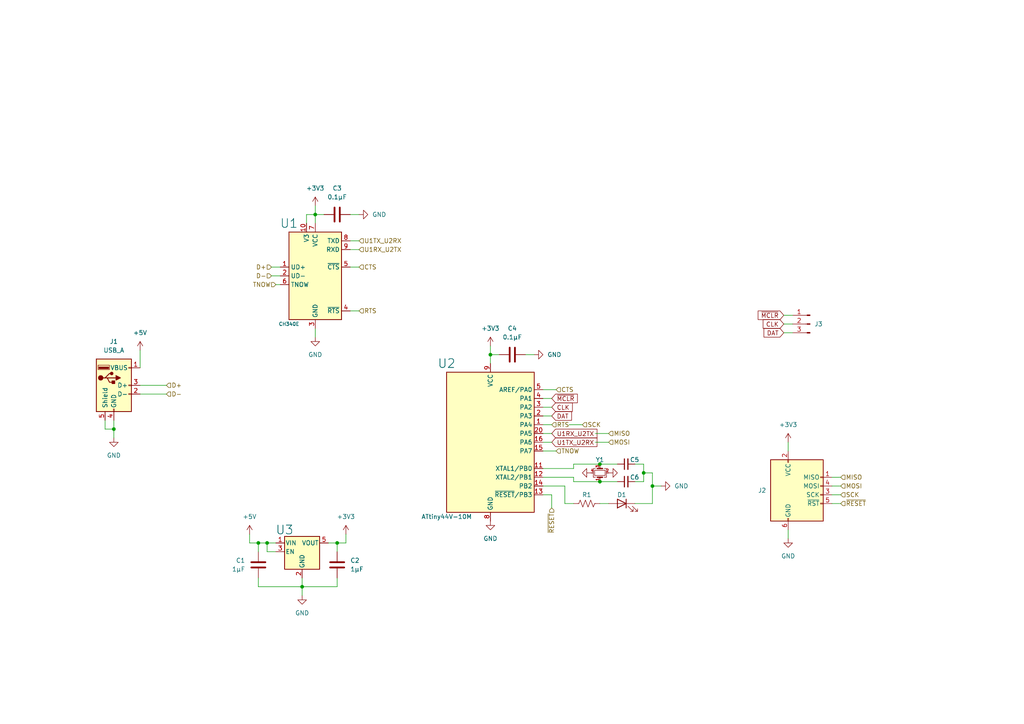
<source format=kicad_sch>
(kicad_sch (version 20211123) (generator eeschema)
  (paper "A4")
  (title_block (title "PICstick Programming Adapter") (date "2022-06-17") (rev "1.0") (comment 1 "USB programmer that supports PICs low-voltage ICSP protocol.") (comment 2 "Designed by Rex McKinnon  -  rexploits.com"))
  (lib_symbols
    (symbol "Connector:AVR-ISP-6" (pin_names (offset 1.016))
      (property "Reference" "J" (at -6.35 11.43 0))
      (property "Value" "AVR-ISP-6" (at 0 11.43 0))
      (symbol "AVR-ISP-6_0_1"
        (rectangle (start -2.667 -6.858) (end -2.413 -7.62))
        (rectangle (start -2.667 10.16) (end -2.413 9.398))
        (rectangle (start 7.62 -2.413) (end 6.858 -2.667))
        (rectangle (start 7.62 0.127) (end 6.858 -0.127))
        (rectangle (start 7.62 2.667) (end 6.858 2.413))
        (rectangle (start 7.62 5.207) (end 6.858 4.953))
        (rectangle (start 7.62 10.16) (end -7.62 -7.62) (stroke (width 0.254)) (fill (type background)))
      )
      (symbol "AVR-ISP-6_1_1"
        (pin passive line (at 10.16 5.08 180) (length 2.54) (name "MISO") (number "1"))
        (pin passive line (at -2.54 12.7 270) (length 2.54) (name "VCC") (number "2"))
        (pin passive line (at 10.16 0 180) (length 2.54) (name "SCK") (number "3"))
        (pin passive line (at 10.16 2.54 180) (length 2.54) (name "MOSI") (number "4"))
        (pin passive line (at 10.16 -2.54 180) (length 2.54) (name "~{RST}") (number "5"))
        (pin passive line (at -2.54 -10.16 90) (length 2.54) (name "GND") (number "6"))
      )
    )
    (symbol "Connector:Conn_01x03_Male" (pin_names (offset 1.016) hide)
      (property "Reference" "J" (at 0 5.08 0))
      (property "Value" "Conn_01x03_Male" (at 0 -5.08 0))
      (symbol "Conn_01x03_Male_1_1"
        (polyline (pts (xy 1.27 -2.54) (xy 0.8636 -2.54)) (stroke (width 0.1524)))
        (polyline (pts (xy 1.27 0) (xy 0.8636 0)) (stroke (width 0.1524)))
        (polyline (pts (xy 1.27 2.54) (xy 0.8636 2.54)) (stroke (width 0.1524)))
        (rectangle (start 0.8636 -2.413) (end 0 -2.667) (stroke (width 0.1524)) (fill (type outline)))
        (rectangle (start 0.8636 0.127) (end 0 -0.127) (stroke (width 0.1524)) (fill (type outline)))
        (rectangle (start 0.8636 2.667) (end 0 2.413) (stroke (width 0.1524)) (fill (type outline)))
        (pin passive line (at 5.08 2.54 180) (length 3.81) (name "Pin_1") (number "1"))
        (pin passive line (at 5.08 0 180) (length 3.81) (name "Pin_2") (number "2"))
        (pin passive line (at 5.08 -2.54 180) (length 3.81) (name "Pin_3") (number "3"))
      )
    )
    (symbol "Connector:USB_A" (pin_names (offset 1.016))
      (property "Reference" "J" (at -5.08 11.43 0))
      (property "Value" "USB_A" (at -5.08 8.89 0))
      (symbol "USB_A_0_1"
        (rectangle (start -5.08 -7.62) (end 5.08 7.62) (stroke (width 0.254)) (fill (type background)))
        (circle (center -3.81 2.159) (radius 0.635) (stroke (width 0.254)) (fill (type outline)))
        (rectangle (start -1.524 4.826) (end -4.318 5.334) (fill (type outline)))
        (rectangle (start -1.27 4.572) (end -4.572 5.842))
        (circle (center -0.635 3.429) (radius 0.381) (stroke (width 0.254)) (fill (type outline)))
        (rectangle (start -0.127 -7.62) (end 0.127 -6.858))
        (polyline (pts (xy -3.175 2.159) (xy -2.54 2.159) (xy -1.27 3.429) (xy -0.635 3.429)) (stroke (width 0.254)))
        (polyline (pts (xy -2.54 2.159) (xy -1.905 2.159) (xy -1.27 0.889) (xy 0 0.889)) (stroke (width 0.254)))
        (polyline (pts (xy 0.635 2.794) (xy 0.635 1.524) (xy 1.905 2.159) (xy 0.635 2.794)) (stroke (width 0.254)) (fill (type outline)))
        (rectangle (start 0.254 1.27) (end -0.508 0.508) (stroke (width 0.254)) (fill (type outline)))
        (rectangle (start 5.08 -2.667) (end 4.318 -2.413))
        (rectangle (start 5.08 -0.127) (end 4.318 0.127))
        (rectangle (start 5.08 4.953) (end 4.318 5.207))
      )
      (symbol "USB_A_1_1"
        (polyline (pts (xy -1.905 2.159) (xy 0.635 2.159)) (stroke (width 0.254)))
        (pin power_in line (at 7.62 5.08 180) (length 2.54) (name "VBUS") (number "1"))
        (pin bidirectional line (at 7.62 -2.54 180) (length 2.54) (name "D-") (number "2"))
        (pin bidirectional line (at 7.62 0 180) (length 2.54) (name "D+") (number "3"))
        (pin power_in line (at 0 -10.16 90) (length 2.54) (name "GND") (number "4"))
        (pin passive line (at -2.54 -10.16 90) (length 2.54) (name "Shield") (number "5"))
      )
    )
    (symbol "Device:C" (pin_numbers hide) (pin_names (offset 0.254))
      (property "Reference" "C" (at 0.635 2.54 0))
      (property "Value" "C" (at 0.635 -2.54 0))
      (symbol "C_0_1"
        (polyline (pts (xy -2.032 -0.762) (xy 2.032 -0.762)) (stroke (width 0.508)))
        (polyline (pts (xy -2.032 0.762) (xy 2.032 0.762)) (stroke (width 0.508)))
      )
      (symbol "C_1_1"
        (pin passive line (at 0 3.81 270) (length 2.794) (name "~") (number "1"))
        (pin passive line (at 0 -3.81 90) (length 2.794) (name "~") (number "2"))
      )
    )
    (symbol "Device:C_Small" (pin_numbers hide) (pin_names (offset 0.254) hide)
      (property "Reference" "C" (at 0.254 1.778 0))
      (property "Value" "C_Small" (at 0.254 -2.032 0))
      (symbol "C_Small_0_1"
        (polyline (pts (xy -1.524 -0.508) (xy 1.524 -0.508)) (stroke (width 0.3302)))
        (polyline (pts (xy -1.524 0.508) (xy 1.524 0.508)) (stroke (width 0.3048)))
      )
      (symbol "C_Small_1_1"
        (pin passive line (at 0 2.54 270) (length 2.032) (name "~") (number "1"))
        (pin passive line (at 0 -2.54 90) (length 2.032) (name "~") (number "2"))
      )
    )
    (symbol "Device:Crystal_GND24_Small" (pin_names (offset 1.016) hide)
      (property "Reference" "Y" (at 1.27 4.445 0))
      (property "Value" "Crystal_GND24_Small" (at 1.27 2.54 0))
      (symbol "Crystal_GND24_Small_0_1"
        (rectangle (start -0.762 -1.524) (end 0.762 1.524))
        (polyline (pts (xy -1.27 -0.762) (xy -1.27 0.762)) (stroke (width 0.381)))
        (polyline (pts (xy 1.27 -0.762) (xy 1.27 0.762)) (stroke (width 0.381)))
        (polyline (pts (xy -1.27 -1.27) (xy -1.27 -1.905) (xy 1.27 -1.905) (xy 1.27 -1.27)))
        (polyline (pts (xy -1.27 1.27) (xy -1.27 1.905) (xy 1.27 1.905) (xy 1.27 1.27)))
      )
      (symbol "Crystal_GND24_Small_1_1"
        (pin passive line (at -2.54 0 0) (length 1.27) (name "1") (number "1"))
        (pin passive line (at 0 -2.54 90) (length 0.635) (name "2") (number "2"))
        (pin passive line (at 2.54 0 180) (length 1.27) (name "3") (number "3"))
        (pin passive line (at 0 2.54 270) (length 0.635) (name "4") (number "4"))
      )
    )
    (symbol "Device:LED" (pin_numbers hide) (pin_names (offset 1.016) hide)
      (property "Reference" "D" (at 0 2.54 0))
      (property "Value" "LED" (at 0 -2.54 0))
      (symbol "LED_0_1"
        (polyline (pts (xy -1.27 -1.27) (xy -1.27 1.27)) (stroke (width 0.254)))
        (polyline (pts (xy -1.27 0) (xy 1.27 0)))
        (polyline (pts (xy 1.27 -1.27) (xy 1.27 1.27) (xy -1.27 0) (xy 1.27 -1.27)) (stroke (width 0.254)))
        (polyline (pts (xy -3.048 -0.762) (xy -4.572 -2.286) (xy -3.81 -2.286) (xy -4.572 -2.286) (xy -4.572 -1.524)))
        (polyline (pts (xy -1.778 -0.762) (xy -3.302 -2.286) (xy -2.54 -2.286) (xy -3.302 -2.286) (xy -3.302 -1.524)))
      )
      (symbol "LED_1_1"
        (pin passive line (at -3.81 0 0) (length 2.54) (name "K") (number "1"))
        (pin passive line (at 3.81 0 180) (length 2.54) (name "A") (number "2"))
      )
    )
    (symbol "Device:R_US" (pin_numbers hide) (pin_names (offset 0))
      (property "Reference" "R" (at 2.54 0 90))
      (property "Value" "R_US" (at -2.54 0 90))
      (symbol "R_US_0_1"
        (polyline (pts (xy 0 -2.286) (xy 0 -2.54)))
        (polyline (pts (xy 0 2.286) (xy 0 2.54)))
        (polyline (pts (xy 0 -0.762) (xy 1.016 -1.143) (xy 0 -1.524) (xy -1.016 -1.905) (xy 0 -2.286)))
        (polyline (pts (xy 0 0.762) (xy 1.016 0.381) (xy 0 0) (xy -1.016 -0.381) (xy 0 -0.762)))
        (polyline (pts (xy 0 2.286) (xy 1.016 1.905) (xy 0 1.524) (xy -1.016 1.143) (xy 0 0.762)))
      )
      (symbol "R_US_1_1"
        (pin passive line (at 0 3.81 270) (length 1.27) (name "~") (number "1"))
        (pin passive line (at 0 -3.81 90) (length 1.27) (name "~") (number "2"))
      )
    )
    (symbol "Interface_USB:CH340E"
      (property "Reference" "U" (at -5.08 13.97 0))
      (property "Value" "CH340E" (at 1.27 13.97 0))
      (symbol "CH340E_0_1"
        (rectangle (start -7.62 12.7) (end 7.62 -12.7) (stroke (width 0.254)) (fill (type background)))
      )
      (symbol "CH340E_1_1"
        (pin bidirectional line (at -10.16 2.54 0) (length 2.54) (name "UD+") (number "1"))
        (pin passive line (at -2.54 15.24 270) (length 2.54) (name "V3") (number "10"))
        (pin bidirectional line (at -10.16 0 0) (length 2.54) (name "UD-") (number "2"))
        (pin power_in line (at 0 -15.24 90) (length 2.54) (name "GND") (number "3"))
        (pin output line (at 10.16 -10.16 180) (length 2.54) (name "~{RTS}") (number "4"))
        (pin input line (at 10.16 2.54 180) (length 2.54) (name "~{CTS}") (number "5"))
        (pin output line (at -10.16 -2.54 0) (length 2.54) (name "TNOW") (number "6"))
        (pin power_in line (at 0 15.24 270) (length 2.54) (name "VCC") (number "7"))
        (pin output line (at 10.16 10.16 180) (length 2.54) (name "TXD") (number "8"))
        (pin input line (at 10.16 7.62 180) (length 2.54) (name "RXD") (number "9"))
      )
    )
    (symbol "MCU_Microchip_ATtiny:ATtiny44V-10M"
      (property "Reference" "U" (at -12.7 21.59 0))
      (property "Value" "ATtiny44V-10M" (at 2.54 -21.59 0))
      (symbol "ATtiny44V-10M_0_1"
        (rectangle (start -12.7 -20.32) (end 12.7 20.32) (stroke (width 0.254)) (fill (type background)))
      )
      (symbol "ATtiny44V-10M_1_1"
        (pin bidirectional line (at 15.24 5.08 180) (length 2.54) (name "PA4") (number "1"))
        (pin no_connect line (at -12.7 -10.16 0) (length 2.54) hide (name "NC") (number "10"))
        (pin bidirectional line (at 15.24 -7.62 180) (length 2.54) (name "XTAL1/PB0") (number "11"))
        (pin bidirectional line (at 15.24 -10.16 180) (length 2.54) (name "XTAL2/PB1") (number "12"))
        (pin bidirectional line (at 15.24 -15.24 180) (length 2.54) (name "~{RESET}/PB3") (number "13"))
        (pin bidirectional line (at 15.24 -12.7 180) (length 2.54) (name "PB2") (number "14"))
        (pin bidirectional line (at 15.24 -2.54 180) (length 2.54) (name "PA7") (number "15"))
        (pin bidirectional line (at 15.24 0 180) (length 2.54) (name "PA6") (number "16"))
        (pin no_connect line (at -12.7 -12.7 0) (length 2.54) hide (name "NC") (number "17"))
        (pin no_connect line (at -12.7 -15.24 0) (length 2.54) hide (name "NC") (number "18"))
        (pin no_connect line (at -12.7 -17.78 0) (length 2.54) hide (name "NC") (number "19"))
        (pin bidirectional line (at 15.24 7.62 180) (length 2.54) (name "PA3") (number "2"))
        (pin bidirectional line (at 15.24 2.54 180) (length 2.54) (name "PA5") (number "20"))
        (pin passive line (at 0 -22.86 90) (length 2.54) hide (name "GND") (number "21"))
        (pin bidirectional line (at 15.24 10.16 180) (length 2.54) (name "PA2") (number "3"))
        (pin bidirectional line (at 15.24 12.7 180) (length 2.54) (name "PA1") (number "4"))
        (pin bidirectional line (at 15.24 15.24 180) (length 2.54) (name "AREF/PA0") (number "5"))
        (pin no_connect line (at -12.7 -5.08 0) (length 2.54) hide (name "NC") (number "6"))
        (pin no_connect line (at -12.7 -7.62 0) (length 2.54) hide (name "NC") (number "7"))
        (pin power_in line (at 0 -22.86 90) (length 2.54) (name "GND") (number "8"))
        (pin power_in line (at 0 22.86 270) (length 2.54) (name "VCC") (number "9"))
      )
    )
    (symbol "Regulator_Linear:AP2112K-3.3" (pin_names (offset 0.254))
      (property "Reference" "U" (at -5.08 5.715 0))
      (property "Value" "AP2112K-3.3" (at 0 5.715 0))
      (symbol "AP2112K-3.3_0_1"
        (rectangle (start -5.08 4.445) (end 5.08 -5.08) (stroke (width 0.254)) (fill (type background)))
      )
      (symbol "AP2112K-3.3_1_1"
        (pin power_in line (at -7.62 2.54 0) (length 2.54) (name "VIN") (number "1"))
        (pin power_in line (at 0 -7.62 90) (length 2.54) (name "GND") (number "2"))
        (pin input line (at -7.62 0 0) (length 2.54) (name "EN") (number "3"))
        (pin no_connect line (at 5.08 0 180) (length 2.54) hide (name "NC") (number "4"))
        (pin power_out line (at 7.62 2.54 180) (length 2.54) (name "VOUT") (number "5"))
      )
    )
    (symbol "power:+3V3" (power) (pin_names (offset 0))
      (property "Value" "+3V3" (at 0 3.556 0))
      (symbol "+3V3_0_1"
        (polyline (pts (xy -0.762 1.27) (xy 0 2.54)))
        (polyline (pts (xy 0 0) (xy 0 2.54)))
        (polyline (pts (xy 0 2.54) (xy 0.762 1.27)))
      )
      (symbol "+3V3_1_1"
        (pin power_in line (at 0 0 90) (length 0) hide (name "+3V3") (number "1"))
      )
    )
    (symbol "power:+5V" (power) (pin_names (offset 0))
      (property "Value" "+5V" (at 0 3.556 0))
      (symbol "+5V_0_1"
        (polyline (pts (xy -0.762 1.27) (xy 0 2.54)))
        (polyline (pts (xy 0 0) (xy 0 2.54)))
        (polyline (pts (xy 0 2.54) (xy 0.762 1.27)))
      )
      (symbol "+5V_1_1"
        (pin power_in line (at 0 0 90) (length 0) hide (name "+5V") (number "1"))
      )
    )
    (symbol "power:GND" (power) (pin_names (offset 0))
      (property "Value" "GND" (at 0 -3.81 0))
      (symbol "GND_0_1"
        (polyline (pts (xy 0 0) (xy 0 -1.27) (xy 1.27 -1.27) (xy 0 -2.54) (xy -1.27 -1.27) (xy 0 -1.27)))
      )
      (symbol "GND_1_1"
        (pin power_in line (at 0 0 270) (length 0) hide (name "GND") (number "1"))
      )
    )
  )
  (junction (at 186.69 137.16))
  (junction (at 87.63 170.18))
  (junction (at 74.93 157.48))
  (junction (at 173.99 139.7))
  (junction (at 173.99 134.62))
  (junction (at 189.23 140.97))
  (junction (at 142.24 102.87))
  (junction (at 97.79 157.48))
  (junction (at 33.02 124.46))
  (junction (at 77.47 157.48))
  (junction (at 91.44 62.23))
  (wire (pts (xy 157.48 125.73) (xy 160.02 125.73)))
  (wire (pts (xy 74.93 157.48) (xy 77.47 157.48)))
  (wire (pts (xy 157.48 118.11) (xy 160.02 118.11)))
  (wire (pts (xy 172.72 128.27) (xy 176.53 128.27)))
  (wire (pts (xy 88.9 62.23) (xy 91.44 62.23)))
  (wire (pts (xy 87.63 170.18) (xy 87.63 172.72)))
  (wire (pts (xy 97.79 167.64) (xy 97.79 170.18)))
  (wire (pts (xy 157.48 128.27) (xy 160.02 128.27)))
  (wire (pts (xy 101.6 90.17) (xy 104.14 90.17)))
  (wire (pts (xy 152.4 102.87) (xy 154.94 102.87)))
  (wire (pts (xy 91.44 59.69) (xy 91.44 62.23)))
  (wire (pts (xy 33.02 124.46) (xy 33.02 127)))
  (wire (pts (xy 87.63 170.18) (xy 97.79 170.18)))
  (wire (pts (xy 101.6 62.23) (xy 104.14 62.23)))
  (wire (pts (xy 101.6 72.39) (xy 104.14 72.39)))
  (wire (pts (xy 157.48 135.89) (xy 166.37 135.89)))
  (wire (pts (xy 160.02 125.73) (xy 172.72 125.73)) (stroke (width 0.1) (type dot)))
  (wire (pts (xy 97.79 157.48) (xy 97.79 160.02)))
  (wire (pts (xy 163.83 146.05) (xy 163.83 140.97)))
  (wire (pts (xy 157.48 130.81) (xy 161.29 130.81)))
  (wire (pts (xy 142.24 100.33) (xy 142.24 102.87)))
  (wire (pts (xy 243.84 146.05) (xy 241.3 146.05)))
  (wire (pts (xy 80.01 82.55) (xy 81.28 82.55)))
  (wire (pts (xy 142.24 105.41) (xy 142.24 102.87)))
  (wire (pts (xy 74.93 170.18) (xy 87.63 170.18)))
  (wire (pts (xy 160.02 143.51) (xy 160.02 147.32)))
  (wire (pts (xy 100.33 154.94) (xy 100.33 157.48)))
  (wire (pts (xy 157.48 143.51) (xy 160.02 143.51)))
  (wire (pts (xy 173.99 146.05) (xy 176.53 146.05)))
  (wire (pts (xy 160.02 123.19) (xy 165.1 123.19)) (stroke (width 0.1) (type dot)))
  (wire (pts (xy 228.6 156.21) (xy 228.6 153.67)))
  (wire (pts (xy 186.69 137.16) (xy 189.23 137.16)))
  (wire (pts (xy 166.37 134.62) (xy 173.99 134.62)))
  (wire (pts (xy 78.74 80.01) (xy 81.28 80.01)))
  (wire (pts (xy 91.44 62.23) (xy 93.98 62.23)))
  (wire (pts (xy 157.48 140.97) (xy 163.83 140.97)))
  (wire (pts (xy 191.77 140.97) (xy 189.23 140.97)))
  (wire (pts (xy 184.15 146.05) (xy 189.23 146.05)))
  (wire (pts (xy 186.69 139.7) (xy 186.69 137.16)))
  (wire (pts (xy 40.64 101.6) (xy 40.64 106.68)))
  (wire (pts (xy 72.39 157.48) (xy 74.93 157.48)))
  (wire (pts (xy 166.37 139.7) (xy 173.99 139.7)))
  (wire (pts (xy 101.6 77.47) (xy 104.14 77.47)))
  (wire (pts (xy 186.69 137.16) (xy 186.69 134.62)))
  (wire (pts (xy 157.48 120.65) (xy 160.02 120.65)))
  (wire (pts (xy 157.48 113.03) (xy 161.29 113.03)))
  (wire (pts (xy 243.84 143.51) (xy 241.3 143.51)))
  (wire (pts (xy 172.72 125.73) (xy 176.53 125.73)))
  (wire (pts (xy 228.6 128.27) (xy 228.6 130.81)))
  (wire (pts (xy 173.99 139.7) (xy 179.07 139.7)))
  (wire (pts (xy 189.23 137.16) (xy 189.23 140.97)))
  (wire (pts (xy 74.93 167.64) (xy 74.93 170.18)))
  (wire (pts (xy 30.48 121.92) (xy 30.48 124.46)))
  (wire (pts (xy 97.79 157.48) (xy 100.33 157.48)))
  (wire (pts (xy 95.25 157.48) (xy 97.79 157.48)))
  (wire (pts (xy 80.01 160.02) (xy 77.47 160.02)))
  (wire (pts (xy 78.74 77.47) (xy 81.28 77.47)))
  (wire (pts (xy 72.39 154.94) (xy 72.39 157.48)))
  (wire (pts (xy 243.84 138.43) (xy 241.3 138.43)))
  (wire (pts (xy 77.47 160.02) (xy 77.47 157.48)))
  (wire (pts (xy 33.02 121.92) (xy 33.02 124.46)))
  (wire (pts (xy 74.93 160.02) (xy 74.93 157.48)))
  (wire (pts (xy 87.63 167.64) (xy 87.63 170.18)))
  (wire (pts (xy 157.48 138.43) (xy 166.37 138.43)))
  (wire (pts (xy 166.37 134.62) (xy 166.37 135.89)))
  (wire (pts (xy 40.64 111.76) (xy 48.26 111.76)))
  (wire (pts (xy 227.33 93.98) (xy 229.87 93.98)))
  (wire (pts (xy 101.6 69.85) (xy 104.14 69.85)))
  (wire (pts (xy 227.33 91.44) (xy 229.87 91.44)))
  (wire (pts (xy 160.02 128.27) (xy 172.72 128.27)) (stroke (width 0.1) (type dot)))
  (wire (pts (xy 157.48 123.19) (xy 160.02 123.19)))
  (wire (pts (xy 186.69 134.62) (xy 184.15 134.62)))
  (wire (pts (xy 184.15 139.7) (xy 186.69 139.7)))
  (wire (pts (xy 30.48 124.46) (xy 33.02 124.46)))
  (wire (pts (xy 227.33 96.52) (xy 229.87 96.52)))
  (wire (pts (xy 243.84 140.97) (xy 241.3 140.97)))
  (wire (pts (xy 165.1 123.19) (xy 168.91 123.19)))
  (wire (pts (xy 142.24 102.87) (xy 144.78 102.87)))
  (wire (pts (xy 80.01 157.48) (xy 77.47 157.48)))
  (wire (pts (xy 166.37 146.05) (xy 163.83 146.05)))
  (wire (pts (xy 189.23 140.97) (xy 189.23 146.05)))
  (wire (pts (xy 173.99 134.62) (xy 179.07 134.62)))
  (wire (pts (xy 91.44 95.25) (xy 91.44 97.79)))
  (wire (pts (xy 88.9 64.77) (xy 88.9 62.23)))
  (wire (pts (xy 40.64 114.3) (xy 48.26 114.3)))
  (wire (pts (xy 157.48 115.57) (xy 160.02 115.57)))
  (wire (pts (xy 91.44 62.23) (xy 91.44 64.77)))
  (wire (pts (xy 166.37 138.43) (xy 166.37 139.7)))
  (global_label "U1TX_U2RX" (shape input) (at 160.02 128.27 0) (property "Intersheet References" "${INTERSHEET_REFS}" (effects hide)))
  (global_label "U1RX_U2TX" (shape input) (at 160.02 125.73 0) (property "Intersheet References" "${INTERSHEET_REFS}" (effects hide)))
  (global_label "DAT" (shape input) (at 227.33 96.52 180) (property "Intersheet References" "${INTERSHEET_REFS}" (effects hide)))
  (global_label "~{MCLR}" (shape input) (at 227.33 91.44 180) (property "Intersheet References" "${INTERSHEET_REFS}" (effects hide)))
  (global_label "CLK" (shape input) (at 227.33 93.98 180) (property "Intersheet References" "${INTERSHEET_REFS}" (effects hide)))
  (global_label "~{MCLR}" (shape input) (at 160.02 115.57 0) (property "Intersheet References" "${INTERSHEET_REFS}" (effects hide)))
  (global_label "DAT" (shape input) (at 160.02 120.65 0) (property "Intersheet References" "${INTERSHEET_REFS}" (effects hide)))
  (global_label "CLK" (shape input) (at 160.02 118.11 0) (property "Intersheet References" "${INTERSHEET_REFS}" (effects hide)))
  (hierarchical_label "RTS" (shape input) (at 104.14 90.17 0))
  (hierarchical_label "CTS" (shape input) (at 161.29 113.03 0))
  (hierarchical_label "D+" (shape input) (at 48.26 111.76 0))
  (hierarchical_label "D-" (shape input) (at 78.74 80.01 180))
  (hierarchical_label "U1RX_U2TX" (shape input) (at 104.14 72.39 0))
  (hierarchical_label "SCK" (shape input) (at 243.84 143.51 0))
  (hierarchical_label "~{RESET}" (shape input) (at 243.84 146.05 0))
  (hierarchical_label "D+" (shape input) (at 78.74 77.47 180))
  (hierarchical_label "MOSI" (shape input) (at 176.53 128.27 0))
  (hierarchical_label "~{RESET}" (shape input) (at 160.02 147.32 270))
  (hierarchical_label "TNOW" (shape input) (at 80.01 82.55 180))
  (hierarchical_label "TNOW" (shape input) (at 161.29 130.81 0))
  (hierarchical_label "RTS" (shape input) (at 160.02 123.19 0))
  (hierarchical_label "MISO" (shape input) (at 176.53 125.73 0))
  (hierarchical_label "U1TX_U2RX" (shape input) (at 104.14 69.85 0))
  (hierarchical_label "SCK" (shape input) (at 168.91 123.19 0))
  (hierarchical_label "MISO" (shape input) (at 243.84 138.43 0))
  (hierarchical_label "CTS" (shape input) (at 104.14 77.47 0))
  (hierarchical_label "MOSI" (shape input) (at 243.84 140.97 0))
  (hierarchical_label "D-" (shape input) (at 48.26 114.3 0))
  (symbol (lib_id "Device:C") (at 97.79 163.83 0) (unit 1)
    (property "Reference" "C2" (at 101.6 162.5599 0) (effects (justify left)))
    (property "Value" "1µF" (at 101.6 165.0999 0) (effects (justify left)))
    (property "Footprint" "Capacitor_SMD:C_0603_1608Metric" (effects hide))
  )
  (symbol (lib_id "power:+3V3") (at 91.44 59.69 0) (unit 1)
    (property "Reference" "#PWR0105" (effects hide))
    (property "Value" "+3V3" (at 91.44 54.61 0))
  )
  (symbol (lib_id "power:GND") (at 91.44 97.79 0) (unit 1)
    (property "Reference" "#PWR0106" (effects hide))
    (property "Value" "GND" (at 91.44 102.87 0))
  )
  (symbol (lib_id "Device:C_Small") (at 181.61 134.62 90) (unit 1)
    (property "Reference" "C5" (at 185.42 133.35 90) (effects (justify left)))
    (property "Value" "TBD" (effects hide))
    (property "Footprint" "Capacitor_SMD:C_0603_1608Metric" (effects hide))
  )
  (symbol (lib_id "Connector:Conn_01x03_Male") (at 234.95 93.98 0) (mirror y) (unit 1)
    (property "Reference" "J3" (at 236.22 93.9799 0) (effects (justify right)))
    (property "Value" "ICSP" (effects hide))
    (property "Footprint" "rexploits-kicad:PinHeader_1x03_P2.54mm_Horizontal" (effects hide))
  )
  (symbol (lib_id "Connector:AVR-ISP-6") (at 231.14 143.51 0) (unit 1)
    (property "Reference" "J2" (at 222.25 142.2399 0) (effects (justify right)))
    (property "Value" "AVR-ISP" (effects hide))
    (property "Footprint" "rexploits-kicad:PinHeader_2x03_P2.54mm_Vertical" (effects hide))
    (property "Datasheet" " ~" (effects hide))
  )
  (symbol (lib_id "Device:Crystal_GND24_Small") (at 173.99 137.16 90) (unit 1)
    (property "Reference" "Y1" (at 173.99 133.35 90))
    (property "Value" "TBD" (effects hide))
    (property "Footprint" "Crystal:Crystal_SMD_3225-4Pin_3.2x2.5mm" (effects hide))
  )
  (symbol (lib_id "Device:C") (at 97.79 62.23 90) (unit 1)
    (property "Reference" "C3" (at 97.79 54.61 90))
    (property "Value" "0.1µF" (at 97.79 57.15 90))
    (property "Footprint" "Capacitor_SMD:C_0603_1608Metric" (effects hide))
  )
  (symbol (lib_id "Device:C") (at 148.59 102.87 90) (unit 1)
    (property "Reference" "C4" (at 148.59 95.25 90))
    (property "Value" "0.1µF" (at 148.59 97.79 90))
    (property "Footprint" "Capacitor_SMD:C_0603_1608Metric" (effects hide))
  )
  (symbol (lib_id "power:GND") (at 228.6 156.21 0) (mirror y) (unit 1)
    (property "Reference" "#PWR0116" (effects hide))
    (property "Value" "GND" (at 228.6 161.29 0))
  )
  (symbol (lib_id "power:+3V3") (at 228.6 128.27 0) (unit 1)
    (property "Reference" "#PWR01" (effects hide))
    (property "Value" "+3V3" (at 228.6 123.19 0))
  )
  (symbol (lib_id "power:GND") (at 191.77 140.97 90) (unit 1)
    (property "Reference" "#PWR0114" (effects hide))
    (property "Value" "GND" (at 195.58 140.97 90) (effects (justify right)))
  )
  (symbol (lib_id "power:GND") (at 33.02 127 0) (unit 1)
    (property "Reference" "#PWR0101" (effects hide))
    (property "Value" "GND" (at 33.02 132.08 0))
  )
  (symbol (lib_id "power:GND") (at 104.14 62.23 90) (unit 1)
    (property "Reference" "#PWR0107" (effects hide))
    (property "Value" "GND" (at 107.95 62.2299 90) (effects (justify right)))
  )
  (symbol (lib_id "power:GND") (at 87.63 172.72 0) (unit 1)
    (property "Reference" "#PWR0104" (effects hide))
    (property "Value" "GND" (at 87.63 177.8 0))
  )
  (symbol (lib_id "Device:C") (at 74.93 163.83 0) (unit 1)
    (property "Reference" "C1" (at 71.12 162.56 0) (effects (justify right)))
    (property "Value" "1µF" (at 71.12 165.1 0) (effects (justify right)))
    (property "Footprint" "Capacitor_SMD:C_0603_1608Metric" (effects hide))
  )
  (symbol (lib_id "Interface_USB:CH340E") (at 91.44 80.01 0) (unit 1)
    (property "Reference" "U1" (at 83.82 64.77 0) (effects (font (size 2.54 2.54))))
    (property "Value" "CH340E" (at 83.82 93.98 0) (effects (font (size 1 1))))
    (property "Footprint" "Package_SO:MSOP-10_3x3mm_P0.5mm" (effects hide))
    (property "Datasheet" "https://www.mpja.com/download/35227cpdata.pdf" (effects hide))
  )
  (symbol (lib_id "Device:R_US") (at 170.18 146.05 90) (unit 1)
    (property "Reference" "R1" (at 170.18 143.51 90))
    (property "Value" "TBD" (effects hide))
    (property "Footprint" "Resistor_SMD:R_0603_1608Metric" (effects hide))
  )
  (symbol (lib_id "power:GND") (at 176.53 137.16 90) (unit 1)
    (property "Reference" "#PWR0109" (effects hide))
    (property "Value" "GND" (effects hide))
  )
  (symbol (lib_id "Regulator_Linear:AP2112K-3.3") (at 87.63 160.02 0) (unit 1)
    (property "Reference" "U3" (at 82.55 153.67 0) (effects (font (size 2.54 2.54))))
    (property "Value" "MCP1801T-3302I{slash}OT" (effects hide))
    (property "Footprint" "Package_TO_SOT_SMD:SOT-23-5" (effects hide))
  )
  (symbol (lib_id "Connector:USB_A") (at 33.02 111.76 0) (unit 1)
    (property "Reference" "J1" (at 33.02 99.06 0))
    (property "Value" "USB_A" (at 33.02 101.6 0))
    (property "Footprint" "UPL:UP2-AH-1-TH" (effects hide))
    (property "Datasheet" " ~" (effects hide))
  )
  (symbol (lib_id "power:+3V3") (at 100.33 154.94 0) (unit 1)
    (property "Reference" "#PWR0108" (effects hide))
    (property "Value" "+3V3" (at 100.33 149.86 0))
  )
  (symbol (lib_id "MCU_Microchip_ATtiny:ATtiny44V-10M") (at 142.24 128.27 0) (unit 1)
    (property "Reference" "U2" (at 129.54 105.41 0) (effects (font (size 2.54 2.54))))
    (property "Value" "ATtiny44V-10M" (at 129.54 149.86 0))
    (property "Footprint" "Package_DFN_QFN:QFN-20-1EP_4x4mm_P0.5mm_EP2.6x2.6mm" (effects hide))
    (property "Datasheet" "http://ww1.microchip.com/downloads/en/DeviceDoc/doc8006.pdf" (effects hide))
  )
  (symbol (lib_id "power:+3V3") (at 142.24 100.33 0) (unit 1)
    (property "Reference" "#PWR0111" (effects hide))
    (property "Value" "+3V3" (at 142.24 95.25 0))
  )
  (symbol (lib_id "Device:C_Small") (at 181.61 139.7 90) (unit 1)
    (property "Reference" "C6" (at 185.42 138.43 90) (effects (justify left)))
    (property "Value" "TBD" (effects hide))
    (property "Footprint" "Capacitor_SMD:C_0603_1608Metric" (effects hide))
  )
  (symbol (lib_id "Device:LED") (at 180.34 146.05 0) (mirror y) (unit 1)
    (property "Reference" "D1" (at 180.34 143.51 0))
    (property "Value" "STATUS" (effects hide))
    (property "Footprint" "LED_SMD:LED_0603_1608Metric" (effects hide))
  )
  (symbol (lib_id "power:GND") (at 142.24 151.13 0) (mirror y) (unit 1)
    (property "Reference" "#PWR0112" (effects hide))
    (property "Value" "GND" (at 142.24 156.21 0))
  )
  (symbol (lib_id "power:+5V") (at 40.64 101.6 0) (unit 1)
    (property "Reference" "#PWR0103" (effects hide))
    (property "Value" "+5V" (at 40.64 96.52 0))
  )
  (symbol (lib_id "power:+5V") (at 72.39 154.94 0) (unit 1)
    (property "Reference" "#PWR0102" (effects hide))
    (property "Value" "+5V" (at 72.39 149.86 0))
  )
  (symbol (lib_id "power:GND") (at 171.45 137.16 270) (unit 1)
    (property "Reference" "#PWR0113" (effects hide))
    (property "Value" "GND" (effects hide))
  )
  (symbol (lib_id "power:GND") (at 154.94 102.87 90) (unit 1)
    (property "Reference" "#PWR0110" (effects hide))
    (property "Value" "GND" (at 158.75 102.8699 90) (effects (justify right)))
  )
)
</source>
